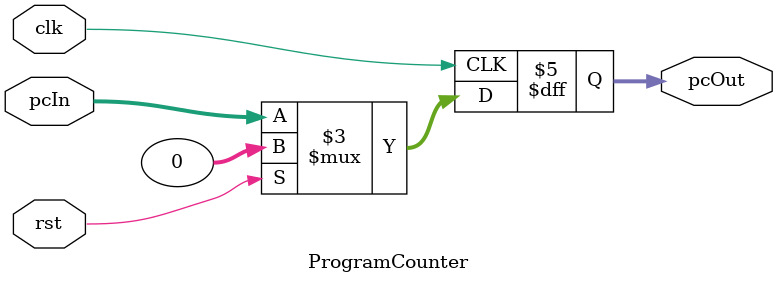
<source format=v>
module ProgramCounter(
  input clk,rst,
  input [31:0] pcIn,
  output reg [31:0] pcOut
);
  
  always @(posedge clk) begin
    if (rst)
	  pcOut <= 32'd0;
	else
      pcOut <= pcIn; // Update the program counter with the new value
  end

endmodule

</source>
